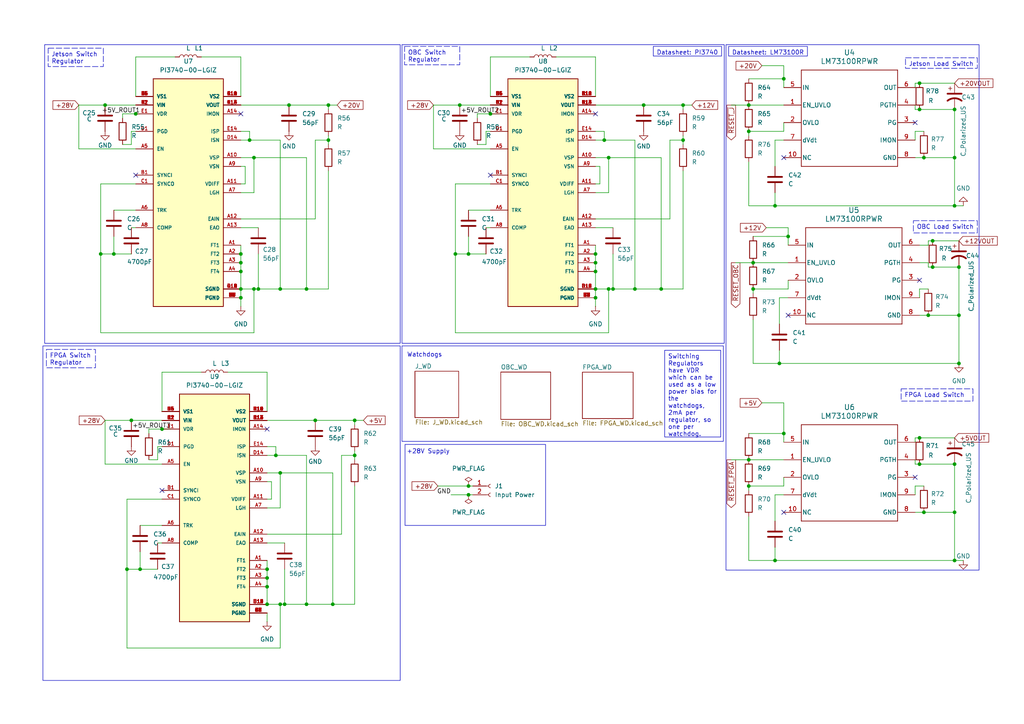
<source format=kicad_sch>
(kicad_sch (version 20231120) (generator "eeschema") (generator_version "8.0")
  (paper "A4")
  (lib_symbols
    (symbol "Connector:Conn_01x02_Socket" (pin_names (offset 1.016) hide)
      (property "Reference" "J" (at 0 2.54 0))
      (property "Value" "Conn_01x02_Socket" (at 0 -5.08 0))
      (symbol "Conn_01x02_Socket_1_1"
        (pin passive line (at -5.08 0 0) (length 3.81) (name "Pin_1") (number "1"))
        (pin passive line (at -5.08 -2.54 0) (length 3.81) (name "Pin_2") (number "2"))
      )
    )
    (symbol "Device:C" (pin_numbers hide) (pin_names (offset 0.254))
      (property "Reference" "C" (at 0.635 2.54 0))
      (property "Value" "C" (at 0.635 -2.54 0))
      (symbol "C_1_1"
        (pin passive line (at 0 3.81 270) (length 2.794) (name "~") (number "1"))
        (pin passive line (at 0 -3.81 90) (length 2.794) (name "~") (number "2"))
      )
    )
    (symbol "Device:C_Polarized_US" (pin_numbers hide) (pin_names (offset 0.254) hide)
      (property "Reference" "C" (at 0.635 2.54 0))
      (property "Value" "C_Polarized_US" (at 0.635 -2.54 0))
      (symbol "C_Polarized_US_1_1"
        (pin passive line (at 0 3.81 270) (length 2.794) (name "~") (number "1"))
        (pin passive line (at 0 -3.81 90) (length 3.302) (name "~") (number "2"))
      )
    )
    (symbol "Device:L" (pin_numbers hide) (pin_names (offset 1.016) hide)
      (property "Reference" "L" (at -1.27 0 90))
      (property "Value" "L" (at 1.905 0 90))
      (symbol "L_1_1"
        (pin passive line (at 0 3.81 270) (length 1.27) (name "1") (number "1"))
        (pin passive line (at 0 -3.81 90) (length 1.27) (name "2") (number "2"))
      )
    )
    (symbol "Device:R" (pin_numbers hide) (pin_names (offset 0))
      (property "Reference" "R" (at 2.032 0 90))
      (property "Value" "R" (at 0 0 90))
      (symbol "R_1_1"
        (pin passive line (at 0 3.81 270) (length 1.27) (name "~") (number "1"))
        (pin passive line (at 0 -3.81 90) (length 1.27) (name "~") (number "2"))
      )
    )
    (symbol "Texas Instruments - LM73100RPWR:LM73100RPWR" (pin_names (offset 0.254))
      (property "Reference" "U" (at 0 2.54 0))
      (property "Value" "LM73100RPWR" (at 0 0 0))
      (symbol "LM73100RPWR_0_1"
        (pin input line (at 0 -5.08 0) (length 5.08) (name "EN_UVLO") (number "1"))
        (pin unspecified line (at 0 -20.32 0) (length 5.08) (name "NC") (number "10"))
        (pin input line (at 0 -10.16 0) (length 5.08) (name "OVLO") (number "2"))
        (pin output line (at 38.1 -10.16 180) (length 5.08) (name "PG") (number "3"))
        (pin input line (at 38.1 -5.08 180) (length 5.08) (name "PGTH") (number "4"))
        (pin power_in line (at 0 0 0) (length 5.08) (name "IN") (number "5"))
        (pin power_in line (at 38.1 0 180) (length 5.08) (name "OUT") (number "6"))
        (pin output line (at 0 -15.24 0) (length 5.08) (name "dVdt") (number "7"))
        (pin power_in line (at 38.1 -20.32 180) (length 5.08) (name "GND") (number "8"))
        (pin output line (at 38.1 -15.24 180) (length 5.08) (name "IMON") (number "9"))
      )
    )
    (symbol "VICOR - PI3740-00-LGIZ:PI3740-00-LGIZ" (pin_names (offset 1.016))
      (property "Reference" "U" (at -10.168 33.8087 0))
      (property "Value" "PI3740-00-LGIZ" (at -10.1724 -35.6035 0))
      (symbol "PI3740-00-LGIZ_0_0"
        (pin passive line (at 15.24 -15.24 180) (length 5.08) (name "FT1") (number "A1"))
        (pin input line (at 15.24 10.16 180) (length 5.08) (name "VSP") (number "A10"))
        (pin output line (at 15.24 2.54 180) (length 5.08) (name "VDIFF") (number "A11"))
        (pin input line (at 15.24 -7.62 180) (length 5.08) (name "EAIN") (number "A12"))
        (pin output line (at 15.24 -10.16 180) (length 5.08) (name "EAO") (number "A13"))
        (pin output line (at 15.24 22.86 180) (length 5.08) (name "IMON") (number "A14"))
        (pin passive line (at 15.24 -17.78 180) (length 5.08) (name "FT2") (number "A2"))
        (pin passive line (at 15.24 -20.32 180) (length 5.08) (name "FT3") (number "A3"))
        (pin passive line (at 15.24 -22.86 180) (length 5.08) (name "FT4") (number "A4"))
        (pin input line (at -15.24 12.7 0) (length 5.08) (name "EN") (number "A5"))
        (pin input line (at -15.24 -5.08 0) (length 5.08) (name "TRK") (number "A6"))
        (pin input line (at 15.24 0 180) (length 5.08) (name "LGH") (number "A7"))
        (pin passive line (at -15.24 -10.16 0) (length 5.08) (name "COMP") (number "A8"))
        (pin input line (at 15.24 7.62 180) (length 5.08) (name "VSN") (number "A9"))
        (pin input line (at -15.24 5.08 0) (length 5.08) (name "SYNCI") (number "B1"))
        (pin power_in line (at 15.24 -27.94 180) (length 5.08) (name "SGND") (number "B10"))
        (pin power_in line (at 15.24 -27.94 180) (length 5.08) (name "SGND") (number "B11"))
        (pin power_in line (at 15.24 -27.94 180) (length 5.08) (name "SGND") (number "B12"))
        (pin power_in line (at 15.24 -27.94 180) (length 5.08) (name "SGND") (number "B13"))
        (pin power_in line (at 15.24 -27.94 180) (length 5.08) (name "SGND") (number "B14"))
        (pin power_in line (at 15.24 -30.48 180) (length 5.08) (name "PGND") (number "B2"))
        (pin power_in line (at 15.24 -30.48 180) (length 5.08) (name "PGND") (number "B3"))
        (pin power_in line (at 15.24 -30.48 180) (length 5.08) (name "PGND") (number "B4"))
        (pin power_in line (at 15.24 -30.48 180) (length 5.08) (name "PGND") (number "B5"))
        (pin power_in line (at 15.24 -30.48 180) (length 5.08) (name "PGND") (number "B6"))
        (pin power_in line (at 15.24 -30.48 180) (length 5.08) (name "PGND") (number "B7"))
        (pin power_in line (at 15.24 -30.48 180) (length 5.08) (name "PGND") (number "B8"))
        (pin power_in line (at 15.24 -30.48 180) (length 5.08) (name "PGND") (number "B9"))
        (pin output line (at -15.24 2.54 0) (length 5.08) (name "SYNCO") (number "C1"))
        (pin power_in line (at 15.24 -27.94 180) (length 5.08) (name "SGND") (number "C10"))
        (pin power_in line (at 15.24 -27.94 180) (length 5.08) (name "SGND") (number "C11"))
        (pin power_in line (at 15.24 -27.94 180) (length 5.08) (name "SGND") (number "C12"))
        (pin power_in line (at 15.24 -30.48 180) (length 5.08) (name "PGND") (number "C2"))
        (pin power_in line (at 15.24 -30.48 180) (length 5.08) (name "PGND") (number "C3"))
        (pin power_in line (at 15.24 -30.48 180) (length 5.08) (name "PGND") (number "C4"))
        (pin power_in line (at 15.24 -30.48 180) (length 5.08) (name "PGND") (number "C5"))
        (pin power_in line (at 15.24 -30.48 180) (length 5.08) (name "PGND") (number "C6"))
        (pin power_in line (at 15.24 -30.48 180) (length 5.08) (name "PGND") (number "C7"))
        (pin power_in line (at 15.24 -30.48 180) (length 5.08) (name "PGND") (number "C8"))
        (pin power_in line (at 15.24 -30.48 180) (length 5.08) (name "PGND") (number "C9"))
        (pin input line (at -15.24 17.78 0) (length 5.08) (name "PGD") (number "D1"))
        (pin power_in line (at 15.24 -27.94 180) (length 5.08) (name "SGND") (number "D10"))
        (pin power_in line (at 15.24 -27.94 180) (length 5.08) (name "SGND") (number "D11"))
        (pin power_in line (at 15.24 -27.94 180) (length 5.08) (name "SGND") (number "D12"))
        (pin input line (at 15.24 15.24 180) (length 5.08) (name "ISN") (number "D14"))
        (pin power_in line (at 15.24 -30.48 180) (length 5.08) (name "PGND") (number "D2"))
        (pin power_in line (at 15.24 -30.48 180) (length 5.08) (name "PGND") (number "D3"))
        (pin power_in line (at 15.24 -30.48 180) (length 5.08) (name "PGND") (number "D4"))
        (pin power_in line (at 15.24 -30.48 180) (length 5.08) (name "PGND") (number "D5"))
        (pin power_in line (at 15.24 -30.48 180) (length 5.08) (name "PGND") (number "D6"))
        (pin power_in line (at 15.24 -30.48 180) (length 5.08) (name "PGND") (number "D7"))
        (pin power_in line (at 15.24 -30.48 180) (length 5.08) (name "PGND") (number "D8"))
        (pin power_in line (at 15.24 -30.48 180) (length 5.08) (name "PGND") (number "D9"))
        (pin input line (at -15.24 22.86 0) (length 5.08) (name "VDR") (number "E1"))
        (pin power_in line (at 15.24 -27.94 180) (length 5.08) (name "SGND") (number "E10"))
        (pin power_in line (at 15.24 -27.94 180) (length 5.08) (name "SGND") (number "E11"))
        (pin power_in line (at 15.24 -27.94 180) (length 5.08) (name "SGND") (number "E12"))
        (pin input line (at 15.24 17.78 180) (length 5.08) (name "ISP") (number "E14"))
        (pin power_in line (at 15.24 -30.48 180) (length 5.08) (name "PGND") (number "E2"))
        (pin power_in line (at 15.24 -30.48 180) (length 5.08) (name "PGND") (number "E3"))
        (pin power_in line (at 15.24 -30.48 180) (length 5.08) (name "PGND") (number "E4"))
        (pin power_in line (at 15.24 -30.48 180) (length 5.08) (name "PGND") (number "E5"))
        (pin power_in line (at 15.24 -30.48 180) (length 5.08) (name "PGND") (number "E6"))
        (pin power_in line (at 15.24 -30.48 180) (length 5.08) (name "PGND") (number "E7"))
        (pin power_in line (at 15.24 -30.48 180) (length 5.08) (name "PGND") (number "E8"))
        (pin power_in line (at 15.24 -30.48 180) (length 5.08) (name "PGND") (number "E9"))
        (pin power_in line (at 15.24 -30.48 180) (length 5.08) (name "PGND") (number "F7"))
        (pin power_in line (at 15.24 -30.48 180) (length 5.08) (name "PGND") (number "F8"))
        (pin input line (at -15.24 25.4 0) (length 5.08) (name "VIN") (number "G1"))
        (pin power_in line (at 15.24 27.94 180) (length 5.08) (name "VS2") (number "G10"))
        (pin power_in line (at 15.24 27.94 180) (length 5.08) (name "VS2") (number "G11"))
        (pin output line (at 15.24 25.4 180) (length 5.08) (name "VOUT") (number "G13"))
        (pin output line (at 15.24 25.4 180) (length 5.08) (name "VOUT") (number "G14"))
        (pin input line (at -15.24 25.4 0) (length 5.08) (name "VIN") (number "G2"))
        (pin input line (at -15.24 27.94 0) (length 5.08) (name "VS1") (number "G4"))
        (pin input line (at -15.24 27.94 0) (length 5.08) (name "VS1") (number "G5"))
        (pin power_in line (at 15.24 -30.48 180) (length 5.08) (name "PGND") (number "G7"))
        (pin power_in line (at 15.24 -30.48 180) (length 5.08) (name "PGND") (number "G8"))
        (pin input line (at -15.24 25.4 0) (length 5.08) (name "VIN") (number "H1"))
        (pin power_in line (at 15.24 27.94 180) (length 5.08) (name "VS2") (number "H10"))
        (pin power_in line (at 15.24 27.94 180) (length 5.08) (name "VS2") (number "H11"))
        (pin output line (at 15.24 25.4 180) (length 5.08) (name "VOUT") (number "H13"))
        (pin output line (at 15.24 25.4 180) (length 5.08) (name "VOUT") (number "H14"))
        (pin input line (at -15.24 25.4 0) (length 5.08) (name "VIN") (number "H2"))
        (pin input line (at -15.24 27.94 0) (length 5.08) (name "VS1") (number "H4"))
        (pin input line (at -15.24 27.94 0) (length 5.08) (name "VS1") (number "H5"))
        (pin power_in line (at 15.24 -30.48 180) (length 5.08) (name "PGND") (number "H7"))
        (pin power_in line (at 15.24 -30.48 180) (length 5.08) (name "PGND") (number "H8"))
        (pin input line (at -15.24 25.4 0) (length 5.08) (name "VIN") (number "J1"))
        (pin power_in line (at 15.24 27.94 180) (length 5.08) (name "VS2") (number "J10"))
        (pin power_in line (at 15.24 27.94 180) (length 5.08) (name "VS2") (number "J11"))
        (pin output line (at 15.24 25.4 180) (length 5.08) (name "VOUT") (number "J13"))
        (pin output line (at 15.24 25.4 180) (length 5.08) (name "VOUT") (number "J14"))
        (pin input line (at -15.24 25.4 0) (length 5.08) (name "VIN") (number "J2"))
        (pin input line (at -15.24 27.94 0) (length 5.08) (name "VS1") (number "J4"))
        (pin input line (at -15.24 27.94 0) (length 5.08) (name "VS1") (number "J5"))
        (pin power_in line (at 15.24 -30.48 180) (length 5.08) (name "PGND") (number "J7"))
        (pin power_in line (at 15.24 -30.48 180) (length 5.08) (name "PGND") (number "J8"))
        (pin input line (at -15.24 25.4 0) (length 5.08) (name "VIN") (number "K1"))
        (pin power_in line (at 15.24 27.94 180) (length 5.08) (name "VS2") (number "K10"))
        (pin power_in line (at 15.24 27.94 180) (length 5.08) (name "VS2") (number "K11"))
        (pin output line (at 15.24 25.4 180) (length 5.08) (name "VOUT") (number "K13"))
        (pin output line (at 15.24 25.4 180) (length 5.08) (name "VOUT") (number "K14"))
        (pin input line (at -15.24 25.4 0) (length 5.08) (name "VIN") (number "K2"))
        (pin input line (at -15.24 27.94 0) (length 5.08) (name "VS1") (number "K4"))
        (pin input line (at -15.24 27.94 0) (length 5.08) (name "VS1") (number "K5"))
        (pin power_in line (at 15.24 -30.48 180) (length 5.08) (name "PGND") (number "K7"))
        (pin power_in line (at 15.24 -30.48 180) (length 5.08) (name "PGND") (number "K8"))
      )
    )
    (symbol "power:GND" (power) (pin_numbers hide) (pin_names (offset 0) hide)
      (property "Value" "GND" (at 0 -3.81 0))
      (symbol "GND_1_1"
        (pin power_in line (at 0 0 270) (length 0) (name "~") (number "1"))
      )
    )
    (symbol "power:PWR_FLAG" (power) (pin_numbers hide) (pin_names (offset 0) hide)
      (property "Value" "PWR_FLAG" (at 0 3.81 0))
      (symbol "PWR_FLAG_0_0"
        (pin power_out line (at 0 0 90) (length 0) (name "~") (number "1"))
      )
    )
  )
  (junction (at 69.85 83.82))
  (junction (at 217.17 133.35))
  (junction (at 266.7 134.62))
  (junction (at 226.06 105.41))
  (junction (at 77.47 167.64))
  (junction (at 142.24 33.02))
  (junction (at 96.52 175.26))
  (junction (at 278.13 105.41))
  (junction (at 91.44 121.92))
  (junction (at 267.97 148.59))
  (junction (at 276.86 148.59))
  (junction (at 175.26 40.64))
  (junction (at 172.72 76.2))
  (junction (at 81.28 83.82))
  (junction (at 266.7 24.13))
  (junction (at 269.24 91.44))
  (junction (at 276.86 162.56))
  (junction (at 83.82 30.48))
  (junction (at 38.1 121.92))
  (junction (at 176.53 83.82))
  (junction (at 95.25 30.48))
  (junction (at 77.47 170.18))
  (junction (at 278.13 77.47))
  (junction (at 172.72 83.82))
  (junction (at 276.86 31.75))
  (junction (at 276.86 59.69))
  (junction (at 77.47 175.26))
  (junction (at 270.51 69.85))
  (junction (at 46.99 124.46))
  (junction (at 69.85 78.74))
  (junction (at 69.85 73.66))
  (junction (at 172.72 86.36))
  (junction (at 102.87 121.92))
  (junction (at 30.48 30.48))
  (junction (at 227.33 125.73))
  (junction (at 217.17 30.48))
  (junction (at 276.86 45.72))
  (junction (at 82.55 175.26))
  (junction (at 198.12 30.48))
  (junction (at 228.6 68.58))
  (junction (at 102.87 132.08))
  (junction (at 172.72 73.66))
  (junction (at 266.7 31.75))
  (junction (at 69.85 86.36))
  (junction (at 95.25 40.64))
  (junction (at 72.39 40.64))
  (junction (at 177.8 83.82))
  (junction (at 133.35 30.48))
  (junction (at 36.83 165.1))
  (junction (at 217.17 140.97))
  (junction (at 40.64 165.1))
  (junction (at 218.44 76.2))
  (junction (at 227.33 22.86))
  (junction (at 186.69 30.48))
  (junction (at 217.17 38.1))
  (junction (at 218.44 83.82))
  (junction (at 266.7 127))
  (junction (at 176.53 45.72))
  (junction (at 81.28 175.26))
  (junction (at 69.85 76.2))
  (junction (at 135.89 143.51))
  (junction (at 191.77 83.82))
  (junction (at 224.79 59.69))
  (junction (at 278.13 91.44))
  (junction (at 73.66 45.72))
  (junction (at 172.72 78.74))
  (junction (at 184.15 83.82))
  (junction (at 80.01 132.08))
  (junction (at 29.21 73.66))
  (junction (at 81.28 137.16))
  (junction (at 74.93 83.82))
  (junction (at 39.37 33.02))
  (junction (at 224.79 162.56))
  (junction (at 33.02 73.66))
  (junction (at 88.9 175.26))
  (junction (at 270.51 77.47))
  (junction (at 77.47 165.1))
  (junction (at 267.97 45.72))
  (junction (at 132.08 73.66))
  (junction (at 276.86 134.62))
  (junction (at 198.12 40.64))
  (junction (at 135.89 140.97))
  (junction (at 73.66 83.82))
  (junction (at 88.9 83.82))
  (junction (at 135.89 73.66))
  (no_connect (at 77.47 124.46))
  (no_connect (at 227.33 148.59))
  (no_connect (at 39.37 50.8))
  (no_connect (at 266.7 81.28))
  (no_connect (at 172.72 33.02))
  (no_connect (at 265.43 35.56))
  (no_connect (at 265.43 138.43))
  (no_connect (at 46.99 142.24))
  (no_connect (at 69.85 33.02))
  (no_connect (at 142.24 50.8))
  (no_connect (at 227.33 45.72))
  (no_connect (at 228.6 91.44))
  (wire (pts (xy 276.86 162.56) (xy 276.86 148.59)))
  (wire (pts (xy 82.55 165.1) (xy 82.55 175.26)))
  (wire (pts (xy 220.98 116.84) (xy 227.33 116.84)))
  (wire (pts (xy 29.21 73.66) (xy 29.21 96.52)))
  (wire (pts (xy 173.99 53.34) (xy 172.72 53.34)))
  (wire (pts (xy 217.17 38.1) (xy 227.33 38.1)))
  (wire (pts (xy 228.6 86.36) (xy 226.06 86.36)))
  (wire (pts (xy 50.8 16.51) (xy 39.37 16.51)))
  (wire (pts (xy 217.17 22.86) (xy 227.33 22.86)))
  (wire (pts (xy 218.44 76.2) (xy 228.6 76.2)))
  (wire (pts (xy 184.15 83.82) (xy 191.77 83.82)))
  (wire (pts (xy 224.79 40.64) (xy 224.79 48.26)))
  (wire (pts (xy 74.93 83.82) (xy 81.28 83.82)))
  (wire (pts (xy 29.21 53.34) (xy 39.37 53.34)))
  (wire (pts (xy 96.52 137.16) (xy 96.52 175.26)))
  (wire (pts (xy 266.7 91.44) (xy 269.24 91.44)))
  (wire (pts (xy 269.24 76.2) (xy 269.24 77.47)))
  (wire (pts (xy 266.7 127) (xy 276.86 127)))
  (wire (pts (xy 77.47 177.8) (xy 77.47 180.34)))
  (wire (pts (xy 77.47 157.48) (xy 82.55 157.48)))
  (wire (pts (xy 266.7 24.13) (xy 265.43 24.13)))
  (wire (pts (xy 172.72 71.12) (xy 172.72 73.66)))
  (wire (pts (xy 217.17 30.48) (xy 227.33 30.48)))
  (wire (pts (xy 36.83 144.78) (xy 46.99 144.78)))
  (wire (pts (xy 36.83 187.96) (xy 81.28 187.96)))
  (wire (pts (xy 217.17 162.56) (xy 224.79 162.56)))
  (wire (pts (xy 69.85 66.04) (xy 74.93 66.04)))
  (wire (pts (xy 77.47 170.18) (xy 77.47 175.26)))
  (wire (pts (xy 227.33 38.1) (xy 227.33 35.56)))
  (wire (pts (xy 177.8 83.82) (xy 184.15 83.82)))
  (wire (pts (xy 80.01 132.08) (xy 77.47 132.08)))
  (wire (pts (xy 186.69 30.48) (xy 198.12 30.48)))
  (wire (pts (xy 212.09 133.35) (xy 217.17 133.35)))
  (wire (pts (xy 224.79 162.56) (xy 224.79 158.75)))
  (wire (pts (xy 172.72 30.48) (xy 186.69 30.48)))
  (wire (pts (xy 228.6 68.58) (xy 228.6 71.12)))
  (wire (pts (xy 73.66 83.82) (xy 69.85 83.82)))
  (wire (pts (xy 77.47 147.32) (xy 81.28 147.32)))
  (wire (pts (xy 69.85 73.66) (xy 69.85 76.2)))
  (wire (pts (xy 138.43 33.02) (xy 142.24 33.02)))
  (wire (pts (xy 279.4 162.56) (xy 276.86 162.56)))
  (wire (pts (xy 222.25 66.04) (xy 228.6 66.04)))
  (wire (pts (xy 267.97 38.1) (xy 265.43 38.1)))
  (wire (pts (xy 77.47 121.92) (xy 91.44 121.92)))
  (wire (pts (xy 270.51 69.85) (xy 269.24 69.85)))
  (wire (pts (xy 73.66 45.72) (xy 88.9 45.72)))
  (wire (pts (xy 102.87 132.08) (xy 99.06 132.08)))
  (wire (pts (xy 217.17 46.99) (xy 217.17 59.69)))
  (wire (pts (xy 77.47 129.54) (xy 80.01 129.54)))
  (wire (pts (xy 132.08 96.52) (xy 176.53 96.52)))
  (wire (pts (xy 45.72 129.54) (xy 46.99 129.54)))
  (wire (pts (xy 276.86 134.62) (xy 276.86 148.59)))
  (wire (pts (xy 22.86 43.18) (xy 22.86 30.48)))
  (wire (pts (xy 30.48 30.48) (xy 39.37 30.48)))
  (wire (pts (xy 38.1 121.92) (xy 46.99 121.92)))
  (wire (pts (xy 218.44 83.82) (xy 228.6 83.82)))
  (wire (pts (xy 227.33 19.05) (xy 227.33 22.86)))
  (wire (pts (xy 69.85 45.72) (xy 73.66 45.72)))
  (wire (pts (xy 73.66 96.52) (xy 73.66 83.82)))
  (wire (pts (xy 184.15 40.64) (xy 184.15 83.82)))
  (wire (pts (xy 102.87 121.92) (xy 105.41 121.92)))
  (wire (pts (xy 198.12 30.48) (xy 198.12 31.75)))
  (wire (pts (xy 194.31 63.5) (xy 172.72 63.5)))
  (wire (pts (xy 278.13 77.47) (xy 278.13 91.44)))
  (wire (pts (xy 227.33 125.73) (xy 227.33 128.27)))
  (wire (pts (xy 175.26 40.64) (xy 172.72 40.64)))
  (wire (pts (xy 269.24 77.47) (xy 270.51 77.47)))
  (wire (pts (xy 72.39 40.64) (xy 81.28 40.64)))
  (wire (pts (xy 228.6 66.04) (xy 228.6 68.58)))
  (wire (pts (xy 270.51 69.85) (xy 278.13 69.85)))
  (wire (pts (xy 88.9 132.08) (xy 88.9 175.26)))
  (wire (pts (xy 66.04 107.95) (xy 77.47 107.95)))
  (wire (pts (xy 91.44 40.64) (xy 91.44 63.5)))
  (wire (pts (xy 279.4 59.69) (xy 276.86 59.69)))
  (wire (pts (xy 175.26 40.64) (xy 184.15 40.64)))
  (wire (pts (xy 228.6 83.82) (xy 228.6 81.28)))
  (wire (pts (xy 172.72 78.74) (xy 172.72 83.82)))
  (wire (pts (xy 265.43 134.62) (xy 266.7 134.62)))
  (wire (pts (xy 83.82 30.48) (xy 95.25 30.48)))
  (wire (pts (xy 74.93 73.66) (xy 74.93 83.82)))
  (wire (pts (xy 69.85 71.12) (xy 69.85 73.66)))
  (wire (pts (xy 217.17 125.73) (xy 227.33 125.73)))
  (wire (pts (xy 72.39 40.64) (xy 69.85 40.64)))
  (wire (pts (xy 88.9 45.72) (xy 88.9 83.82)))
  (wire (pts (xy 227.33 140.97) (xy 227.33 138.43)))
  (wire (pts (xy 220.98 19.05) (xy 227.33 19.05)))
  (wire (pts (xy 81.28 175.26) (xy 77.47 175.26)))
  (wire (pts (xy 227.33 22.86) (xy 227.33 25.4)))
  (wire (pts (xy 33.02 68.58) (xy 33.02 73.66)))
  (wire (pts (xy 172.72 86.36) (xy 172.72 88.9)))
  (wire (pts (xy 217.17 133.35) (xy 227.33 133.35)))
  (wire (pts (xy 46.99 134.62) (xy 30.48 134.62)))
  (wire (pts (xy 176.53 55.88) (xy 176.53 45.72)))
  (wire (pts (xy 266.7 83.82) (xy 266.7 86.36)))
  (wire (pts (xy 91.44 63.5) (xy 69.85 63.5)))
  (wire (pts (xy 198.12 40.64) (xy 194.31 40.64)))
  (wire (pts (xy 135.89 143.51) (xy 137.16 143.51)))
  (wire (pts (xy 269.24 83.82) (xy 266.7 83.82)))
  (wire (pts (xy 140.97 41.91) (xy 140.97 38.1)))
  (wire (pts (xy 224.79 143.51) (xy 224.79 151.13)))
  (wire (pts (xy 80.01 132.08) (xy 88.9 132.08)))
  (wire (pts (xy 218.44 68.58) (xy 228.6 68.58)))
  (wire (pts (xy 81.28 137.16) (xy 96.52 137.16)))
  (wire (pts (xy 95.25 83.82) (xy 95.25 49.53)))
  (wire (pts (xy 153.67 16.51) (xy 142.24 16.51)))
  (wire (pts (xy 269.24 71.12) (xy 266.7 71.12)))
  (wire (pts (xy 91.44 121.92) (xy 102.87 121.92)))
  (wire (pts (xy 138.43 33.02) (xy 138.43 34.29)))
  (wire (pts (xy 265.43 140.97) (xy 265.43 143.51)))
  (wire (pts (xy 175.26 38.1) (xy 175.26 40.64)))
  (wire (pts (xy 40.64 160.02) (xy 40.64 165.1)))
  (wire (pts (xy 172.72 38.1) (xy 175.26 38.1)))
  (wire (pts (xy 266.7 31.75) (xy 276.86 31.75)))
  (wire (pts (xy 77.47 165.1) (xy 77.47 167.64)))
  (wire (pts (xy 140.97 66.04) (xy 142.24 66.04)))
  (wire (pts (xy 265.43 30.48) (xy 265.43 31.75)))
  (wire (pts (xy 39.37 16.51) (xy 39.37 27.94)))
  (wire (pts (xy 172.72 45.72) (xy 176.53 45.72)))
  (wire (pts (xy 30.48 121.92) (xy 38.1 121.92)))
  (wire (pts (xy 265.43 45.72) (xy 267.97 45.72)))
  (wire (pts (xy 69.85 48.26) (xy 71.12 48.26)))
  (wire (pts (xy 95.25 40.64) (xy 95.25 41.91)))
  (wire (pts (xy 269.24 76.2) (xy 266.7 76.2)))
  (wire (pts (xy 212.09 30.48) (xy 217.17 30.48)))
  (wire (pts (xy 78.74 144.78) (xy 77.47 144.78)))
  (wire (pts (xy 267.97 148.59) (xy 276.86 148.59)))
  (wire (pts (xy 227.33 143.51) (xy 224.79 143.51)))
  (wire (pts (xy 73.66 55.88) (xy 73.66 45.72)))
  (wire (pts (xy 40.64 165.1) (xy 45.72 165.1)))
  (wire (pts (xy 81.28 40.64) (xy 81.28 83.82)))
  (wire (pts (xy 130.81 143.51) (xy 135.89 143.51)))
  (wire (pts (xy 218.44 92.71) (xy 218.44 105.41)))
  (wire (pts (xy 276.86 59.69) (xy 276.86 45.72)))
  (wire (pts (xy 38.1 41.91) (xy 38.1 38.1)))
  (wire (pts (xy 267.97 45.72) (xy 276.86 45.72)))
  (wire (pts (xy 177.8 73.66) (xy 177.8 83.82)))
  (wire (pts (xy 227.33 40.64) (xy 224.79 40.64)))
  (wire (pts (xy 36.83 144.78) (xy 36.83 165.1)))
  (wire (pts (xy 69.85 78.74) (xy 69.85 83.82)))
  (wire (pts (xy 198.12 30.48) (xy 200.66 30.48)))
  (wire (pts (xy 35.56 33.02) (xy 35.56 34.29)))
  (wire (pts (xy 69.85 76.2) (xy 69.85 78.74)))
  (wire (pts (xy 29.21 73.66) (xy 33.02 73.66)))
  (wire (pts (xy 173.99 48.26) (xy 173.99 53.34)))
  (wire (pts (xy 135.89 140.97) (xy 137.16 140.97)))
  (wire (pts (xy 135.89 60.96) (xy 142.24 60.96)))
  (wire (pts (xy 132.08 73.66) (xy 132.08 96.52)))
  (wire (pts (xy 78.74 139.7) (xy 78.74 144.78)))
  (wire (pts (xy 33.02 60.96) (xy 39.37 60.96)))
  (wire (pts (xy 36.83 165.1) (xy 36.83 187.96)))
  (wire (pts (xy 69.85 38.1) (xy 72.39 38.1)))
  (wire (pts (xy 217.17 140.97) (xy 227.33 140.97)))
  (wire (pts (xy 198.12 39.37) (xy 198.12 40.64)))
  (wire (pts (xy 43.18 124.46) (xy 46.99 124.46)))
  (wire (pts (xy 69.85 55.88) (xy 73.66 55.88)))
  (wire (pts (xy 265.43 31.75) (xy 266.7 31.75)))
  (wire (pts (xy 133.35 30.48) (xy 142.24 30.48)))
  (wire (pts (xy 135.89 73.66) (xy 140.97 73.66)))
  (wire (pts (xy 88.9 175.26) (xy 96.52 175.26)))
  (wire (pts (xy 267.97 140.97) (xy 265.43 140.97)))
  (wire (pts (xy 39.37 43.18) (xy 22.86 43.18)))
  (wire (pts (xy 269.24 69.85) (xy 269.24 71.12)))
  (wire (pts (xy 81.28 187.96) (xy 81.28 175.26)))
  (wire (pts (xy 194.31 40.64) (xy 194.31 63.5)))
  (wire (pts (xy 77.47 162.56) (xy 77.47 165.1)))
  (wire (pts (xy 43.18 133.35) (xy 45.72 133.35)))
  (wire (pts (xy 38.1 38.1) (xy 39.37 38.1)))
  (wire (pts (xy 265.43 127) (xy 265.43 128.27)))
  (wire (pts (xy 191.77 45.72) (xy 191.77 83.82)))
  (wire (pts (xy 265.43 148.59) (xy 267.97 148.59)))
  (wire (pts (xy 217.17 140.97) (xy 217.17 142.24)))
  (wire (pts (xy 278.13 105.41) (xy 278.13 91.44)))
  (wire (pts (xy 132.08 53.34) (xy 132.08 73.66)))
  (wire (pts (xy 176.53 96.52) (xy 176.53 83.82)))
  (wire (pts (xy 176.53 45.72) (xy 191.77 45.72)))
  (wire (pts (xy 172.72 16.51) (xy 172.72 27.94)))
  (wire (pts (xy 265.43 38.1) (xy 265.43 40.64)))
  (wire (pts (xy 72.39 38.1) (xy 72.39 40.64)))
  (wire (pts (xy 172.72 73.66) (xy 172.72 76.2)))
  (wire (pts (xy 176.53 83.82) (xy 172.72 83.82)))
  (wire (pts (xy 82.55 175.26) (xy 81.28 175.26)))
  (wire (pts (xy 29.21 96.52) (xy 73.66 96.52)))
  (wire (pts (xy 35.56 33.02) (xy 39.37 33.02)))
  (wire (pts (xy 266.7 24.13) (xy 276.86 24.13)))
  (wire (pts (xy 172.72 83.82) (xy 172.72 86.36)))
  (wire (pts (xy 22.86 30.48) (xy 30.48 30.48)))
  (wire (pts (xy 217.17 38.1) (xy 217.17 39.37)))
  (wire (pts (xy 125.73 30.48) (xy 133.35 30.48)))
  (wire (pts (xy 125.73 43.18) (xy 125.73 30.48)))
  (wire (pts (xy 142.24 33.02) (xy 144.78 33.02)))
  (wire (pts (xy 224.79 59.69) (xy 276.86 59.69)))
  (wire (pts (xy 172.72 55.88) (xy 176.53 55.88)))
  (wire (pts (xy 217.17 59.69) (xy 224.79 59.69)))
  (wire (pts (xy 276.86 31.75) (xy 276.86 45.72)))
  (wire (pts (xy 270.51 77.47) (xy 278.13 77.47)))
  (wire (pts (xy 217.17 149.86) (xy 217.17 162.56)))
  (wire (pts (xy 142.24 16.51) (xy 142.24 27.94)))
  (wire (pts (xy 29.21 53.34) (xy 29.21 73.66)))
  (wire (pts (xy 69.85 16.51) (xy 69.85 27.94)))
  (wire (pts (xy 88.9 83.82) (xy 95.25 83.82)))
  (wire (pts (xy 142.24 43.18) (xy 125.73 43.18)))
  (wire (pts (xy 226.06 105.41) (xy 278.13 105.41)))
  (wire (pts (xy 43.18 124.46) (xy 43.18 125.73)))
  (wire (pts (xy 102.87 121.92) (xy 102.87 123.19)))
  (wire (pts (xy 71.12 53.34) (xy 69.85 53.34)))
  (wire (pts (xy 127 140.97) (xy 135.89 140.97)))
  (wire (pts (xy 77.47 167.64) (xy 77.47 170.18)))
  (wire (pts (xy 77.47 139.7) (xy 78.74 139.7)))
  (wire (pts (xy 99.06 132.08) (xy 99.06 154.94)))
  (wire (pts (xy 69.85 86.36) (xy 69.85 88.9)))
  (wire (pts (xy 226.06 105.41) (xy 226.06 101.6)))
  (wire (pts (xy 95.25 40.64) (xy 91.44 40.64)))
  (wire (pts (xy 81.28 83.82) (xy 88.9 83.82)))
  (wire (pts (xy 95.25 39.37) (xy 95.25 40.64)))
  (wire (pts (xy 81.28 147.32) (xy 81.28 137.16)))
  (wire (pts (xy 102.87 132.08) (xy 102.87 133.35)))
  (wire (pts (xy 95.25 30.48) (xy 95.25 31.75)))
  (wire (pts (xy 140.97 38.1) (xy 142.24 38.1)))
  (wire (pts (xy 102.87 130.81) (xy 102.87 132.08)))
  (wire (pts (xy 95.25 30.48) (xy 97.79 30.48)))
  (wire (pts (xy 172.72 66.04) (xy 177.8 66.04)))
  (wire (pts (xy 172.72 48.26) (xy 173.99 48.26)))
  (wire (pts (xy 80.01 129.54) (xy 80.01 132.08)))
  (wire (pts (xy 191.77 83.82) (xy 198.12 83.82)))
  (wire (pts (xy 198.12 83.82) (xy 198.12 49.53)))
  (wire (pts (xy 96.52 175.26) (xy 102.87 175.26)))
  (wire (pts (xy 71.12 48.26) (xy 71.12 53.34)))
  (wire (pts (xy 226.06 86.36) (xy 226.06 93.98)))
  (wire (pts (xy 77.47 107.95) (xy 77.47 119.38)))
  (wire (pts (xy 99.06 154.94) (xy 77.47 154.94)))
  (wire (pts (xy 265.43 133.35) (xy 265.43 134.62)))
  (wire (pts (xy 132.08 73.66) (xy 135.89 73.66)))
  (wire (pts (xy 36.83 165.1) (xy 40.64 165.1)))
  (wire (pts (xy 45.72 133.35) (xy 45.72 129.54)))
  (wire (pts (xy 213.36 76.2) (xy 218.44 76.2)))
  (wire (pts (xy 172.72 76.2) (xy 172.72 78.74)))
  (wire (pts (xy 269.24 91.44) (xy 278.13 91.44)))
  (wire (pts (xy 224.79 59.69) (xy 224.79 55.88)))
  (wire (pts (xy 161.29 16.51) (xy 172.72 16.51)))
  (wire (pts (xy 177.8 83.82) (xy 176.53 83.82)))
  (wire (pts (xy 135.89 68.58) (xy 135.89 73.66)))
  (wire (pts (xy 69.85 30.48) (xy 83.82 30.48)))
  (wire (pts (xy 33.02 73.66) (xy 38.1 73.66)))
  (wire (pts (xy 58.42 16.51) (xy 69.85 16.51)))
  (wire (pts (xy 198.12 40.64) (xy 198.12 41.91)))
  (wire (pts (xy 39.37 33.02) (xy 40.64 33.02)))
  (wire (pts (xy 49.53 124.46) (xy 46.99 124.46)))
  (wire (pts (xy 35.56 41.91) (xy 38.1 41.91)))
  (wire (pts (xy 82.55 175.26) (xy 88.9 175.26)))
  (wire (pts (xy 77.47 137.16) (xy 81.28 137.16)))
  (wire (pts (xy 69.85 83.82) (xy 69.85 86.36)))
  (wire (pts (xy 132.08 53.34) (xy 142.24 53.34)))
  (wire (pts (xy 266.7 134.62) (xy 276.86 134.62)))
  (wire (pts (xy 227.33 116.84) (xy 227.33 125.73)))
  (wire (pts (xy 218.44 83.82) (xy 218.44 85.09)))
  (wire (pts (xy 46.99 107.95) (xy 46.99 119.38)))
  (wire (pts (xy 38.1 66.04) (xy 39.37 66.04)))
  (wire (pts (xy 266.7 127) (xy 265.43 127)))
  (wire (pts (xy 218.44 105.41) (xy 226.06 105.41)))
  (wire (pts (xy 45.72 157.48) (xy 46.99 157.48)))
  (wire (pts (xy 138.43 41.91) (xy 140.97 41.91)))
  (wire (pts (xy 30.48 134.62) (xy 30.48 121.92)))
  (wire (pts (xy 74.93 83.82) (xy 73.66 83.82)))
  (wire (pts (xy 224.79 162.56) (xy 276.86 162.56)))
  (wire (pts (xy 40.64 152.4) (xy 46.99 152.4)))
  (wire (pts (xy 265.43 24.13) (xy 265.43 25.4)))
  (wire (pts (xy 102.87 175.26) (xy 102.87 140.97)))
  (wire (pts (xy 58.42 107.95) (xy 46.99 107.95)))
  (rectangle (start 12.954 12.954) (end 116.078 99.568))
  (rectangle (start 210.566 12.954) (end 283.972 165.354))
  (rectangle (start 116.586 12.954) (end 210.058 99.568))
  (rectangle (start 12.446 100.33) (end 116.078 197.358))
  (rectangle (start 117.475 128.905) (end 158.242 152.4))
  (rectangle (start 116.586 100.33) (end 209.804 128.016))
  (text_box "Datasheet: LM73100R\n" (at 211.328 13.462 0) (size 22.86 2.794) (effects (font (size 1.27 1.27)) (justify left top)))
  (text_box "OBC Load Switch\n" (at 264.922 64.008 0) (size 18.542 3.556) (stroke (width 0) (type dash)) (effects (font (size 1.27 1.27)) (justify left top)))
  (text_box "Jetson Switch Regulator\n" (at 13.97 13.97 0) (size 16.002 5.334) (stroke (width 0) (type dash)) (effects (font (size 1.27 1.27)) (justify left top)))
  (text_box "Figure out the individual parameters for each load switch from the watch dogs\n" (at 302.006 8.128 0) (size 25.654 26.416) (effects (font (size 1.27 1.27)) (justify left top)))
  (text_box "Datasheet: PI3740" (at 189.484 13.462 0) (size 19.812 2.794) (effects (font (size 1.27 1.27)) (justify left top)))
  (text_box "Jetson Load Switch" (at 262.636 16.764 0) (size 20.828 3.048) (stroke (width 0) (type dash)) (effects (font (size 1.27 1.27)) (justify left top)))
  (text_box "OBC Switch Regulator" (at 117.348 13.462 0) (size 16.002 5.334) (stroke (width 0) (type dash)) (effects (font (size 1.27 1.27)) (justify left top)))
  (text_box "FPGA Load Switch\n" (at 261.366 112.776 0) (size 20.828 3.556) (stroke (width 0) (type dash)) (effects (font (size 1.27 1.27)) (justify left top)))
  (text_box "Switching Regulators have VDR which can be used as a low power bias for the watchdogs, 2mA per regulator, so one per watchdog." (at 192.786 101.6 0) (size 16.256 25.146) (effects (font (size 1.27 1.27)) (justify left top)))
  (text_box "FPGA Switch Regulator\n" (at 13.462 101.346 0) (size 14.224 5.334) (stroke (width 0) (type dash)) (effects (font (size 1.27 1.27)) (justify left top)))
  (text "+28V Supply\n" (at 124.206 131.064 0) (effects (font (size 1.27 1.27))))
  (text "Watchdogs\n" (at 123.1478 103.008 0) (effects (font (size 1.27 1.27))))
  (label "+5V_ROUT2" (at 144.78 33.02 180))
  (label "+5V_ROUT1" (at 40.64 33.02 180))
  (label "+5V_ROUT3" (at 49.53 124.46 180))
  (label "GND" (at 130.81 143.51 180))
  (global_label "+5V" (shape input) (at 220.98 116.84 180) (property "Intersheetrefs" "${INTERSHEET_REFS}" (effects (hide yes))))
  (global_label "+12V" (shape input) (at 200.66 30.48 0) (property "Intersheetrefs" "${INTERSHEET_REFS}" (effects (hide yes))))
  (global_label "~{RESET_OBC}" (shape output) (at 213.36 76.2 270) (property "Intersheetrefs" "${INTERSHEET_REFS}" (effects (hide yes))))
  (global_label "+28V" (shape input) (at 30.48 121.92 180) (property "Intersheetrefs" "${INTERSHEET_REFS}" (effects (hide yes))))
  (global_label "+5VOUT" (shape input) (at 276.86 127 0) (property "Intersheetrefs" "${INTERSHEET_REFS}" (effects (hide yes))))
  (global_label "+20V" (shape input) (at 97.79 30.48 0) (property "Intersheetrefs" "${INTERSHEET_REFS}" (effects (hide yes))))
  (global_label "+12VOUT" (shape input) (at 278.13 69.85 0) (property "Intersheetrefs" "${INTERSHEET_REFS}" (effects (hide yes))))
  (global_label "+20VOUT" (shape input) (at 276.86 24.13 0) (property "Intersheetrefs" "${INTERSHEET_REFS}" (effects (hide yes))))
  (global_label "~{RESET_J}" (shape output) (at 212.09 30.48 270) (property "Intersheetrefs" "${INTERSHEET_REFS}" (effects (hide yes))))
  (global_label "+28V" (shape input) (at 127 140.97 180) (property "Intersheetrefs" "${INTERSHEET_REFS}" (effects (hide yes))))
  (global_label "+5V" (shape input) (at 105.41 121.92 0) (property "Intersheetrefs" "${INTERSHEET_REFS}" (effects (hide yes))))
  (global_label "+20V" (shape input) (at 220.98 19.05 180) (property "Intersheetrefs" "${INTERSHEET_REFS}" (effects (hide yes))))
  (global_label "+28V" (shape input) (at 22.86 30.48 180) (property "Intersheetrefs" "${INTERSHEET_REFS}" (effects (hide yes))))
  (global_label "~{RESET_FPGA}" (shape output) (at 212.09 133.35 270) (property "Intersheetrefs" "${INTERSHEET_REFS}" (effects (hide yes))))
  (global_label "+28V" (shape input) (at 125.73 30.48 180) (property "Intersheetrefs" "${INTERSHEET_REFS}" (effects (hide yes))))
  (global_label "+12V" (shape input) (at 222.25 66.04 180) (property "Intersheetrefs" "${INTERSHEET_REFS}" (effects (hide yes))))
  (symbol (lib_id "Device:R") (at 270.51 73.66 0) (unit 1)
    (property "Reference" "R75" (at 272.288 72.136 0) (effects (justify left)))
    (property "Value" "R" (at 273.05 74.9299 0) (effects (justify left)))
    (property "Description" "Resistor" (effects (hide yes)))
  )
  (symbol (lib_id "Device:R") (at 217.17 34.29 0) (unit 1)
    (property "Reference" "R65" (at 219.71 33.0199 0) (effects (justify left)))
    (property "Value" "R" (at 219.71 35.5599 0) (effects (justify left)))
    (property "Description" "Resistor" (effects (hide yes)))
  )
  (symbol (lib_id "Texas Instruments - LM73100RPWR:LM73100RPWR") (at 228.6 71.12 0) (unit 1)
    (property "Reference" "U5" (at 247.65 60.96 0) (effects (font (size 1.524 1.524))))
    (property "Value" "LM73100RPWR" (at 247.65 63.5 0) (effects (font (size 1.524 1.524))))
    (property "Footprint" "RPW0010A-MFG" (effects (hide yes)))
    (property "Datasheet" "LM73100RPWR" (effects (hide yes)))
  )
  (symbol (lib_id "Device:R") (at 95.25 45.72 0) (unit 1)
    (property "Reference" "R57" (at 97.79 44.4499 0) (effects (justify left)))
    (property "Value" "R" (at 97.79 46.9899 0) (effects (justify left)))
    (property "Description" "Resistor" (effects (hide yes)))
  )
  (symbol (lib_id "power:GND") (at 83.82 38.1 0) (unit 1)
    (property "Reference" "#PWR048" (effects (hide yes)))
    (property "Value" "GND" (at 83.82 42.418 0))
    (property "Description" "Power symbol creates a global label with name \"GND\" , ground" (effects (hide yes)))
  )
  (symbol (lib_id "Device:C_Polarized_US") (at 278.13 73.66 0) (unit 1)
    (property "Reference" "C44" (at 280.162 74.168 0) (effects (justify left)))
    (property "Value" "C_Polarized_US" (at 281.686 90.424 90) (effects (justify left)))
    (property "Description" "Polarized capacitor, US symbol" (effects (hide yes)))
  )
  (symbol (lib_id "Device:C") (at 33.02 64.77 0) (unit 1)
    (property "Reference" "C26" (at 36.83 63.4999 0) (effects (justify left)))
    (property "Value" "C" (at 36.83 66.0399 0) (effects (justify left)))
    (property "Description" "Unpolarized capacitor" (effects (hide yes)))
  )
  (symbol (lib_id "Device:R") (at 35.56 38.1 0) (unit 1)
    (property "Reference" "R55" (at 38.1 36.8299 0) (effects (justify left)))
    (property "Value" "R" (at 38.1 39.3699 0) (effects (justify left)))
    (property "Description" "Resistor" (effects (hide yes)))
  )
  (symbol (lib_id "Device:R") (at 266.7 130.81 0) (unit 1)
    (property "Reference" "R71" (at 268.478 129.286 0) (effects (justify left)))
    (property "Value" "R" (at 269.24 132.0799 0) (effects (justify left)))
    (property "Description" "Resistor" (effects (hide yes)))
  )
  (symbol (lib_id "VICOR - PI3740-00-LGIZ:PI3740-00-LGIZ") (at 54.61 55.88 0) (unit 1)
    (property "Reference" "U7" (at 54.61 17.78 0))
    (property "Value" "PI3740-00-LGIZ" (at 54.61 20.32 0))
    (property "Footprint" "EPS Footprints:LGA108S100P10X14_1000X1400X263N" (effects (hide yes)))
    (property "MF" "Vicor Corporation" (effects (hide yes)))
    (property "Description_1" "\n                        \n                            Buck-Boost Switching Regulator IC Positive Adjustable (Fixed) 10V (12V) 1 Output 7.42A 108-BLGA Module\n                        \n" (effects (hide yes)))
    (property "Package" "BLGA-108 Vicor" (effects (hide yes)))
    (property "Price" "None" (effects (hide yes)))
    (property "Check_prices" "https://www.snapeda.com/parts/PI3740-00-LGIZ/Vicor+Corporation/view-part/?ref=eda" (effects (hide yes)))
    (property "STANDARD" "Manufacturer Recommendation" (effects (hide yes)))
    (property "PARTREV" "1.9" (effects (hide yes)))
    (property "SnapEDA_Link" "https://www.snapeda.com/parts/PI3740-00-LGIZ/Vicor+Corporation/view-part/?ref=snap" (effects (hide yes)))
    (property "MP" "PI3740-00-LGIZ" (effects (hide yes)))
    (property "Availability" "In Stock" (effects (hide yes)))
    (property "MANUFACTURER" "VICOR" (effects (hide yes)))
  )
  (symbol (lib_id "Device:C") (at 224.79 52.07 0) (unit 1)
    (property "Reference" "C42" (at 228.6 50.7999 0) (effects (justify left)))
    (property "Value" "C" (at 228.6 53.3399 0) (effects (justify left)))
    (property "Description" "Unpolarized capacitor" (effects (hide yes)))
  )
  (symbol (lib_id "power:GND") (at 91.44 129.54 0) (unit 1)
    (property "Reference" "#PWR054" (effects (hide yes)))
    (property "Value" "GND" (at 91.44 133.858 0))
    (property "Description" "Power symbol creates a global label with name \"GND\" , ground" (effects (hide yes)))
  )
  (symbol (lib_id "Device:C") (at 38.1 125.73 0) (unit 1)
    (property "Reference" "C35" (at 31.496 124.206 0) (effects (justify left)))
    (property "Value" "C" (at 32.766 125.984 0) (effects (justify left)))
    (property "Description" "Unpolarized capacitor" (effects (hide yes)))
  )
  (symbol (lib_id "VICOR - PI3740-00-LGIZ:PI3740-00-LGIZ") (at 62.23 147.32 0) (unit 1)
    (property "Reference" "U9" (at 62.23 109.22 0))
    (property "Value" "PI3740-00-LGIZ" (at 62.23 111.76 0))
    (property "Footprint" "EPS Footprints:LGA108S100P10X14_1000X1400X263N" (effects (hide yes)))
    (property "MF" "Vicor Corporation" (effects (hide yes)))
    (property "Description_1" "\n                        \n                            Buck-Boost Switching Regulator IC Positive Adjustable (Fixed) 10V (12V) 1 Output 7.42A 108-BLGA Module\n                        \n" (effects (hide yes)))
    (property "Package" "BLGA-108 Vicor" (effects (hide yes)))
    (property "Price" "None" (effects (hide yes)))
    (property "Check_prices" "https://www.snapeda.com/parts/PI3740-00-LGIZ/Vicor+Corporation/view-part/?ref=eda" (effects (hide yes)))
    (property "STANDARD" "Manufacturer Recommendation" (effects (hide yes)))
    (property "PARTREV" "1.9" (effects (hide yes)))
    (property "SnapEDA_Link" "https://www.snapeda.com/parts/PI3740-00-LGIZ/Vicor+Corporation/view-part/?ref=snap" (effects (hide yes)))
    (property "MP" "PI3740-00-LGIZ" (effects (hide yes)))
    (property "Availability" "In Stock" (effects (hide yes)))
    (property "MANUFACTURER" "VICOR" (effects (hide yes)))
  )
  (symbol (lib_id "Device:L") (at 62.23 107.95 90) (unit 1)
    (property "Reference" "L3" (at 65.278 105.41 90))
    (property "Value" "L" (at 62.23 105.41 90))
    (property "Description" "Inductor" (effects (hide yes)))
  )
  (symbol (lib_id "Device:C") (at 224.79 154.94 0) (unit 1)
    (property "Reference" "C40" (at 228.6 153.6699 0) (effects (justify left)))
    (property "Value" "C" (at 228.6 156.2099 0) (effects (justify left)))
    (property "Description" "Unpolarized capacitor" (effects (hide yes)))
  )
  (symbol (lib_id "Device:R") (at 218.44 72.39 0) (unit 1)
    (property "Reference" "R66" (at 220.98 71.1199 0) (effects (justify left)))
    (property "Value" "R" (at 220.98 73.6599 0) (effects (justify left)))
    (property "Description" "Resistor" (effects (hide yes)))
  )
  (symbol (lib_id "Device:R") (at 95.25 35.56 0) (unit 1)
    (property "Reference" "R56" (at 97.79 34.2899 0) (effects (justify left)))
    (property "Value" "R" (at 97.79 36.8299 0) (effects (justify left)))
    (property "Description" "Resistor" (effects (hide yes)))
  )
  (symbol (lib_id "Device:C") (at 45.72 161.29 0) (unit 1)
    (property "Reference" "C37" (at 46.736 164.338 0) (effects (justify left)))
    (property "Value" "4700pF" (at 44.45 167.386 0) (effects (justify left)))
    (property "Description" "Unpolarized capacitor" (effects (hide yes)))
  )
  (symbol (lib_id "Device:C") (at 133.35 34.29 0) (unit 1)
    (property "Reference" "C30" (at 126.746 32.766 0) (effects (justify left)))
    (property "Value" "C" (at 128.016 34.544 0) (effects (justify left)))
    (property "Description" "Unpolarized capacitor" (effects (hide yes)))
  )
  (symbol (lib_id "Device:R") (at 198.12 45.72 0) (unit 1)
    (property "Reference" "R60" (at 200.66 44.4499 0) (effects (justify left)))
    (property "Value" "R" (at 200.66 46.9899 0) (effects (justify left)))
    (property "Description" "Resistor" (effects (hide yes)))
  )
  (symbol (lib_id "Device:R") (at 218.44 80.01 0) (unit 1)
    (property "Reference" "R67" (at 220.98 78.7399 0) (effects (justify left)))
    (property "Value" "R" (at 220.98 81.2799 0) (effects (justify left)))
    (property "Description" "Resistor" (effects (hide yes)))
  )
  (symbol (lib_id "Device:R") (at 138.43 38.1 0) (unit 1)
    (property "Reference" "R58" (at 140.97 36.8299 0) (effects (justify left)))
    (property "Value" "R" (at 140.97 39.3699 0) (effects (justify left)))
    (property "Description" "Resistor" (effects (hide yes)))
  )
  (symbol (lib_id "Device:C") (at 226.06 97.79 0) (unit 1)
    (property "Reference" "C41" (at 229.87 96.5199 0) (effects (justify left)))
    (property "Value" "C" (at 229.87 99.0599 0) (effects (justify left)))
    (property "Description" "Unpolarized capacitor" (effects (hide yes)))
  )
  (symbol (lib_id "Device:L") (at 157.48 16.51 90) (unit 1)
    (property "Reference" "L2" (at 160.528 13.97 90))
    (property "Value" "L" (at 157.48 13.97 90))
    (property "Description" "Inductor" (effects (hide yes)))
  )
  (symbol (lib_id "Device:R") (at 267.97 41.91 0) (unit 1)
    (property "Reference" "R77" (at 270.002 40.386 0) (effects (justify left)))
    (property "Value" "R" (at 270.002 42.926 0) (effects (justify left)))
    (property "Description" "Resistor" (effects (hide yes)))
  )
  (symbol (lib_id "Device:R") (at 217.17 26.67 0) (unit 1)
    (property "Reference" "R64" (at 219.71 25.3999 0) (effects (justify left)))
    (property "Value" "R" (at 219.71 27.9399 0) (effects (justify left)))
    (property "Description" "Resistor" (effects (hide yes)))
  )
  (symbol (lib_id "power:GND") (at 77.47 180.34 0) (unit 1)
    (property "Reference" "#PWR053" (effects (hide yes)))
    (property "Value" "GND" (at 77.47 185.42 0))
    (property "Description" "Power symbol creates a global label with name \"GND\" , ground" (effects (hide yes)))
  )
  (symbol (lib_id "power:GND") (at 279.4 162.56 0) (unit 1)
    (property "Reference" "#PWR036" (effects (hide yes)))
    (property "Value" "GND" (at 279.4 161.29 0))
    (property "Description" "Power symbol creates a global label with name \"GND\" , ground" (effects (hide yes)))
  )
  (symbol (lib_id "power:GND") (at 278.13 105.41 0) (unit 1)
    (property "Reference" "#PWR035" (effects (hide yes)))
    (property "Value" "GND" (at 278.13 110.49 0))
    (property "Description" "Power symbol creates a global label with name \"GND\" , ground" (effects (hide yes)))
  )
  (symbol (lib_id "power:GND") (at 69.85 88.9 0) (unit 1)
    (property "Reference" "#PWR046" (effects (hide yes)))
    (property "Value" "GND" (at 69.85 93.98 0))
    (property "Description" "Power symbol creates a global label with name \"GND\" , ground" (effects (hide yes)))
  )
  (symbol (lib_id "Device:C") (at 82.55 161.29 0) (unit 1)
    (property "Reference" "C38" (at 83.82 163.83 0) (effects (justify left)))
    (property "Value" "56pF" (at 83.82 166.37 0) (effects (justify left)))
    (property "Description" "Unpolarized capacitor" (effects (hide yes)))
  )
  (symbol (lib_id "Device:R") (at 217.17 146.05 0) (unit 1)
    (property "Reference" "R70" (at 219.71 144.7799 0) (effects (justify left)))
    (property "Value" "R" (at 219.71 147.3199 0) (effects (justify left)))
    (property "Description" "Resistor" (effects (hide yes)))
  )
  (symbol (lib_id "Device:C_Polarized_US") (at 276.86 130.81 0) (unit 1)
    (property "Reference" "C45" (at 278.892 128.778 0) (effects (justify left)))
    (property "Value" "C_Polarized_US" (at 280.924 146.05 90) (effects (justify left)))
    (property "Description" "Polarized capacitor, US symbol" (effects (hide yes)))
  )
  (symbol (lib_id "Texas Instruments - LM73100RPWR:LM73100RPWR") (at 227.33 25.4 0) (unit 1)
    (property "Reference" "U4" (at 246.38 15.24 0) (effects (font (size 1.524 1.524))))
    (property "Value" "LM73100RPWR" (at 246.38 17.78 0) (effects (font (size 1.524 1.524))))
    (property "Footprint" "RPW0010A-MFG" (effects (hide yes)))
    (property "Datasheet" "LM73100RPWR" (effects (hide yes)))
  )
  (symbol (lib_id "power:GND") (at 133.35 38.1 0) (unit 1)
    (property "Reference" "#PWR049" (effects (hide yes)))
    (property "Value" "GND" (at 133.35 42.164 0))
    (property "Description" "Power symbol creates a global label with name \"GND\" , ground" (effects (hide yes)))
  )
  (symbol (lib_id "Device:R") (at 266.7 27.94 0) (unit 1)
    (property "Reference" "R78" (at 268.478 26.416 0) (effects (justify left)))
    (property "Value" "R" (at 269.24 29.2099 0) (effects (justify left)))
    (property "Description" "Resistor" (effects (hide yes)))
  )
  (symbol (lib_id "Device:C") (at 186.69 34.29 0) (unit 1)
    (property "Reference" "C34" (at 190.5 33.0199 0) (effects (justify left)))
    (property "Value" "56pF" (at 190.5 35.5599 0) (effects (justify left)))
    (property "Description" "Unpolarized capacitor" (effects (hide yes)))
  )
  (symbol (lib_id "power:GND") (at 38.1 129.54 0) (unit 1)
    (property "Reference" "#PWR052" (effects (hide yes)))
    (property "Value" "GND" (at 38.1 133.604 0))
    (property "Description" "Power symbol creates a global label with name \"GND\" , ground" (effects (hide yes)))
  )
  (symbol (lib_id "Device:R") (at 43.18 129.54 0) (unit 1)
    (property "Reference" "R61" (at 45.72 128.2699 0) (effects (justify left)))
    (property "Value" "R" (at 45.72 130.8099 0) (effects (justify left)))
    (property "Description" "Resistor" (effects (hide yes)))
  )
  (symbol (lib_id "power:GND") (at 279.4 59.69 180) (unit 1)
    (property "Reference" "#PWR034" (effects (hide yes)))
    (property "Value" "GND" (at 279.4 54.61 0))
    (property "Description" "Power symbol creates a global label with name \"GND\" , ground" (effects (hide yes)))
  )
  (symbol (lib_id "Device:C") (at 30.48 34.29 0) (unit 1)
    (property "Reference" "C25" (at 23.876 32.766 0) (effects (justify left)))
    (property "Value" "C" (at 25.146 34.544 0) (effects (justify left)))
    (property "Description" "Unpolarized capacitor" (effects (hide yes)))
  )
  (symbol (lib_id "power:GND") (at 30.48 38.1 0) (unit 1)
    (property "Reference" "#PWR047" (effects (hide yes)))
    (property "Value" "GND" (at 30.48 42.164 0))
    (property "Description" "Power symbol creates a global label with name \"GND\" , ground" (effects (hide yes)))
  )
  (symbol (lib_id "power:PWR_FLAG") (at 135.89 143.51 180) (unit 1)
    (property "Reference" "#FLG02" (effects (hide yes)))
    (property "Value" "PWR_FLAG" (at 135.89 148.59 0))
    (property "Description" "Special symbol for telling ERC where power comes from" (effects (hide yes)))
  )
  (symbol (lib_id "Texas Instruments - LM73100RPWR:LM73100RPWR") (at 227.33 128.27 0) (unit 1)
    (property "Reference" "U6" (at 246.38 118.11 0) (effects (font (size 1.524 1.524))))
    (property "Value" "LM73100RPWR" (at 246.38 120.65 0) (effects (font (size 1.524 1.524))))
    (property "Footprint" "RPW0010A-MFG" (effects (hide yes)))
    (property "Datasheet" "LM73100RPWR" (effects (hide yes)))
  )
  (symbol (lib_id "power:GND") (at 186.69 38.1 0) (unit 1)
    (property "Reference" "#PWR051" (effects (hide yes)))
    (property "Value" "GND" (at 186.69 42.418 0))
    (property "Description" "Power symbol creates a global label with name \"GND\" , ground" (effects (hide yes)))
  )
  (symbol (lib_id "Device:C") (at 177.8 69.85 0) (unit 1)
    (property "Reference" "C33" (at 179.07 72.39 0) (effects (justify left)))
    (property "Value" "56pF" (at 179.07 74.93 0) (effects (justify left)))
    (property "Description" "Unpolarized capacitor" (effects (hide yes)))
  )
  (symbol (lib_id "Device:C") (at 74.93 69.85 0) (unit 1)
    (property "Reference" "C28" (at 76.2 72.39 0) (effects (justify left)))
    (property "Value" "56pF" (at 76.2 74.93 0) (effects (justify left)))
    (property "Description" "Unpolarized capacitor" (effects (hide yes)))
  )
  (symbol (lib_id "Device:R") (at 102.87 137.16 0) (unit 1)
    (property "Reference" "R63" (at 105.41 135.8899 0) (effects (justify left)))
    (property "Value" "R" (at 105.41 138.4299 0) (effects (justify left)))
    (property "Description" "Resistor" (effects (hide yes)))
  )
  (symbol (lib_id "Device:C") (at 135.89 64.77 0) (unit 1)
    (property "Reference" "C31" (at 139.7 63.4999 0) (effects (justify left)))
    (property "Value" "C" (at 139.7 66.0399 0) (effects (justify left)))
    (property "Description" "Unpolarized capacitor" (effects (hide yes)))
  )
  (symbol (lib_id "Device:L") (at 54.61 16.51 90) (unit 1)
    (property "Reference" "L1" (at 57.658 13.97 90))
    (property "Value" "L" (at 54.61 13.97 90))
    (property "Description" "Inductor" (effects (hide yes)))
  )
  (symbol (lib_id "Device:C") (at 140.97 69.85 0) (unit 1)
    (property "Reference" "C32" (at 141.986 72.898 0) (effects (justify left)))
    (property "Value" "4700pF" (at 139.7 75.946 0) (effects (justify left)))
    (property "Description" "Unpolarized capacitor" (effects (hide yes)))
  )
  (symbol (lib_id "Connector:Conn_01x02_Socket") (at 142.24 140.97 0) (unit 1)
    (property "Reference" "J1" (at 143.51 140.9699 0) (effects (justify left)))
    (property "Value" "Input Power" (at 143.51 143.5099 0) (effects (justify left)))
    (property "Description" "Generic connector, single row, 01x02, script generated" (effects (hide yes)))
  )
  (symbol (lib_id "Device:R") (at 267.97 144.78 0) (unit 1)
    (property "Reference" "R72" (at 270.002 143.256 0) (effects (justify left)))
    (property "Value" "R" (at 270.002 145.796 0) (effects (justify left)))
    (property "Description" "Resistor" (effects (hide yes)))
  )
  (symbol (lib_id "Device:R") (at 217.17 137.16 0) (unit 1)
    (property "Reference" "R69" (at 219.71 135.8899 0) (effects (justify left)))
    (property "Value" "R" (at 219.71 138.4299 0) (effects (justify left)))
    (property "Description" "Resistor" (effects (hide yes)))
  )
  (symbol (lib_id "Device:C") (at 83.82 34.29 0) (unit 1)
    (property "Reference" "C29" (at 87.63 33.0199 0) (effects (justify left)))
    (property "Value" "56pF" (at 87.63 35.5599 0) (effects (justify left)))
    (property "Description" "Unpolarized capacitor" (effects (hide yes)))
  )
  (symbol (lib_id "Device:C") (at 40.64 156.21 0) (unit 1)
    (property "Reference" "C36" (at 44.45 154.9399 0) (effects (justify left)))
    (property "Value" "C" (at 44.45 157.4799 0) (effects (justify left)))
    (property "Description" "Unpolarized capacitor" (effects (hide yes)))
  )
  (symbol (lib_id "power:PWR_FLAG") (at 135.89 140.97 0) (unit 1)
    (property "Reference" "#FLG01" (effects (hide yes)))
    (property "Value" "PWR_FLAG" (at 135.89 135.89 0))
    (property "Description" "Special symbol for telling ERC where power comes from" (effects (hide yes)))
  )
  (symbol (lib_id "Device:R") (at 198.12 35.56 0) (unit 1)
    (property "Reference" "R59" (at 200.66 34.2899 0) (effects (justify left)))
    (property "Value" "R" (at 200.66 36.8299 0) (effects (justify left)))
    (property "Description" "Resistor" (effects (hide yes)))
  )
  (symbol (lib_id "power:GND") (at 172.72 88.9 0) (unit 1)
    (property "Reference" "#PWR050" (effects (hide yes)))
    (property "Value" "GND" (at 172.72 93.98 0))
    (property "Description" "Power symbol creates a global label with name \"GND\" , ground" (effects (hide yes)))
  )
  (symbol (lib_id "Device:R") (at 269.24 87.63 0) (unit 1)
    (property "Reference" "R74" (at 271.272 86.106 0) (effects (justify left)))
    (property "Value" "R" (at 271.272 88.646 0) (effects (justify left)))
    (property "Description" "Resistor" (effects (hide yes)))
  )
  (symbol (lib_id "Device:R") (at 217.17 129.54 0) (unit 1)
    (property "Reference" "R68" (at 219.71 128.2699 0) (effects (justify left)))
    (property "Value" "R" (at 219.71 130.8099 0) (effects (justify left)))
    (property "Description" "Resistor" (effects (hide yes)))
  )
  (symbol (lib_id "Device:C") (at 38.1 69.85 0) (unit 1)
    (property "Reference" "C27" (at 39.116 72.898 0) (effects (justify left)))
    (property "Value" "4700pF" (at 36.83 75.946 0) (effects (justify left)))
    (property "Description" "Unpolarized capacitor" (effects (hide yes)))
  )
  (symbol (lib_id "VICOR - PI3740-00-LGIZ:PI3740-00-LGIZ") (at 157.48 55.88 0) (unit 1)
    (property "Reference" "U8" (at 157.48 17.78 0))
    (property "Value" "PI3740-00-LGIZ" (at 157.48 20.32 0))
    (property "Footprint" "EPS Footprints:LGA108S100P10X14_1000X1400X263N" (effects (hide yes)))
    (property "MF" "Vicor Corporation" (effects (hide yes)))
    (property "Description_1" "\n                        \n                            Buck-Boost Switching Regulator IC Positive Adjustable (Fixed) 10V (12V) 1 Output 7.42A 108-BLGA Module\n                        \n" (effects (hide yes)))
    (property "Package" "BLGA-108 Vicor" (effects (hide yes)))
    (property "Price" "None" (effects (hide yes)))
    (property "Check_prices" "https://www.snapeda.com/parts/PI3740-00-LGIZ/Vicor+Corporation/view-part/?ref=eda" (effects (hide yes)))
    (property "STANDARD" "Manufacturer Recommendation" (effects (hide yes)))
    (property "PARTREV" "1.9" (effects (hide yes)))
    (property "SnapEDA_Link" "https://www.snapeda.com/parts/PI3740-00-LGIZ/Vicor+Corporation/view-part/?ref=snap" (effects (hide yes)))
    (property "MP" "PI3740-00-LGIZ" (effects (hide yes)))
    (property "Availability" "In Stock" (effects (hide yes)))
    (property "MANUFACTURER" "VICOR" (effects (hide yes)))
  )
  (symbol (lib_id "Device:R") (at 102.87 127 0) (unit 1)
    (property "Reference" "R62" (at 105.41 125.7299 0) (effects (justify left)))
    (property "Value" "R" (at 105.41 128.2699 0) (effects (justify left)))
    (property "Description" "Resistor" (effects (hide yes)))
  )
  (symbol (lib_id "Device:C") (at 91.44 125.73 0) (unit 1)
    (property "Reference" "C39" (at 95.25 124.4599 0) (effects (justify left)))
    (property "Value" "56pF" (at 95.25 126.9999 0) (effects (justify left)))
    (property "Description" "Unpolarized capacitor" (effects (hide yes)))
  )
  (symbol (lib_id "Device:R") (at 218.44 88.9 0) (unit 1)
    (property "Reference" "R73" (at 220.98 87.6299 0) (effects (justify left)))
    (property "Value" "R" (at 220.98 90.1699 0) (effects (justify left)))
    (property "Description" "Resistor" (effects (hide yes)))
  )
  (symbol (lib_id "Device:R") (at 217.17 43.18 0) (unit 1)
    (property "Reference" "R76" (at 219.71 41.9099 0) (effects (justify left)))
    (property "Value" "R" (at 219.71 44.4499 0) (effects (justify left)))
    (property "Description" "Resistor" (effects (hide yes)))
  )
  (symbol (lib_id "Device:C_Polarized_US") (at 276.86 27.94 0) (unit 1)
    (property "Reference" "C43" (at 278.892 28.194 0) (effects (justify left)))
    (property "Value" "C_Polarized_US" (at 279.4 45.466 90) (effects (justify left)))
    (property "Description" "Polarized capacitor, US symbol" (effects (hide yes)))
  )
  (sheet (at 120.3506 107.669) (size 12.7 13.462) (stroke (width 0.1524))
    (property "Sheetname" "J_WD" (at 120.3506 106.9574 0) (effects (justify left bottom)))
    (property "Sheetfile" "J_WD.kicad_sch" (at 120.3506 121.7156 0) (effects (justify left top)))
  )
  (sheet (at 168.91 107.95) (size 14.732 13.462) (stroke (width 0.1524))
    (property "Sheetname" "FPGA_WD" (at 168.91 107.2384 0) (effects (justify left bottom)))
    (property "Sheetfile" "FPGA_WD.kicad_sch" (at 168.91 121.9966 0) (effects (justify left top)))
  )
  (sheet (at 145.2426 107.923) (size 14.478 13.716) (stroke (width 0.1524))
    (property "Sheetname" "OBC_WD" (at 145.2426 107.2114 0) (effects (justify left bottom)))
    (property "Sheetfile" "OBC_WD.kicad_sch" (at 145.2426 122.2236 0) (effects (justify left top)))
  )
)
</source>
